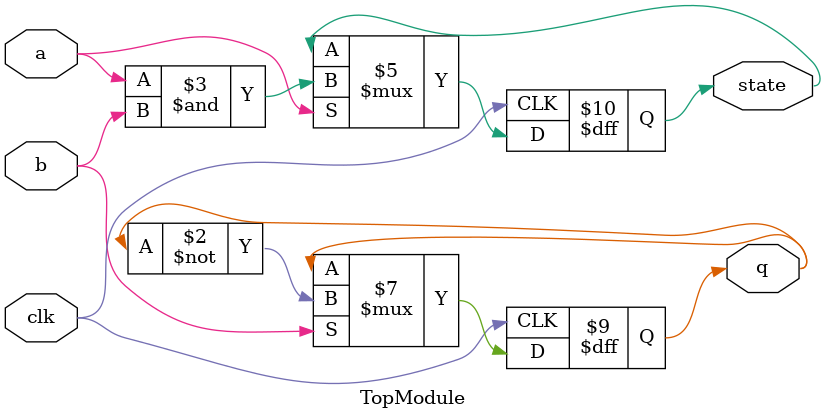
<source format=sv>
module TopModule (
    input logic clk,
    input logic a,
    input logic b,
    output logic q,
    output logic state
);

    // Initial conditions
    initial begin
        state = 1'b0;
        q = 1'b0;
    end

    always_ff @(posedge clk) begin
        if (b) begin
            q <= ~q; // Toggle q when b is high
        end

        if (a) begin
            state <= a & b; // Update state based on a and b
        end
    end

endmodule
</source>
